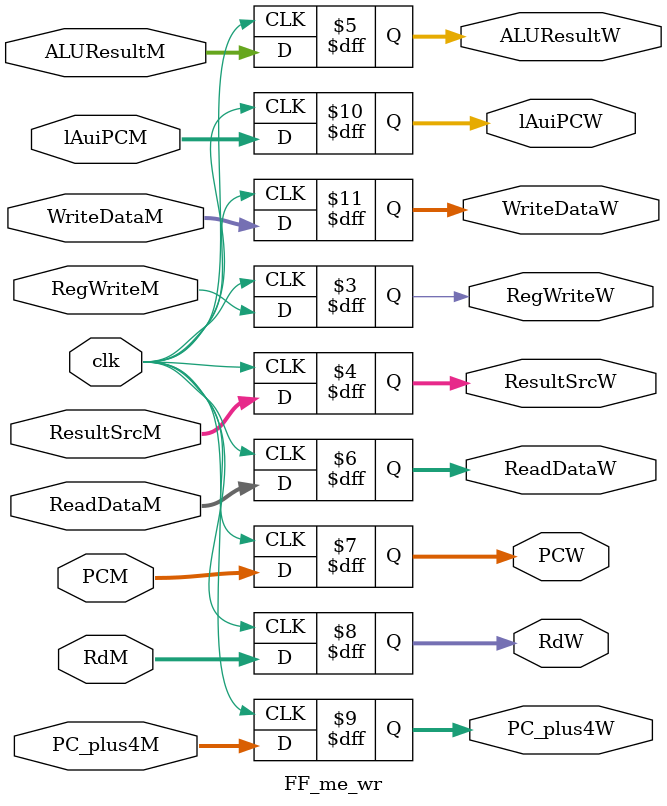
<source format=v>
module FF_me_wr (
    input clk,
    input RegWriteM,
    input [1:0] ResultSrcM,
    input [31:0] ALUResultM,
    input [31:0] ReadDataM,PCM,
    input [4:0] RdM,
    input [31:0] PC_plus4M,
    input [31:0] lAuiPCM,WriteDataM,

    output reg RegWriteW,
    output reg [1:0] ResultSrcW,
    output reg [31:0] ALUResultW,
    output reg [31:0] ReadDataW,PCW,
    output reg [4:0] RdW,
    output reg [31:0] PC_plus4W,
    output reg [31:0] lAuiPCW,WriteDataW
);


initial begin
    RegWriteW   = 0;
    ResultSrcW  = 0;
    ALUResultW  = 0;
    ReadDataW   = 0;
    PCW        = 0;
    RdW         = 0;
    PC_plus4W   = 0;
    lAuiPCW     = 0;
    WriteDataW  = 0;
end
always @(posedge clk) begin
    RegWriteW   <= RegWriteM;
    ResultSrcW  <= ResultSrcM;
    ALUResultW  <= ALUResultM;
    ReadDataW   <= ReadDataM;
    PCW         <= PCM;
    RdW         <= RdM;
    PC_plus4W   <= PC_plus4M;
    lAuiPCW     <= lAuiPCM;
    WriteDataW  <= WriteDataM;
end 
endmodule
</source>
